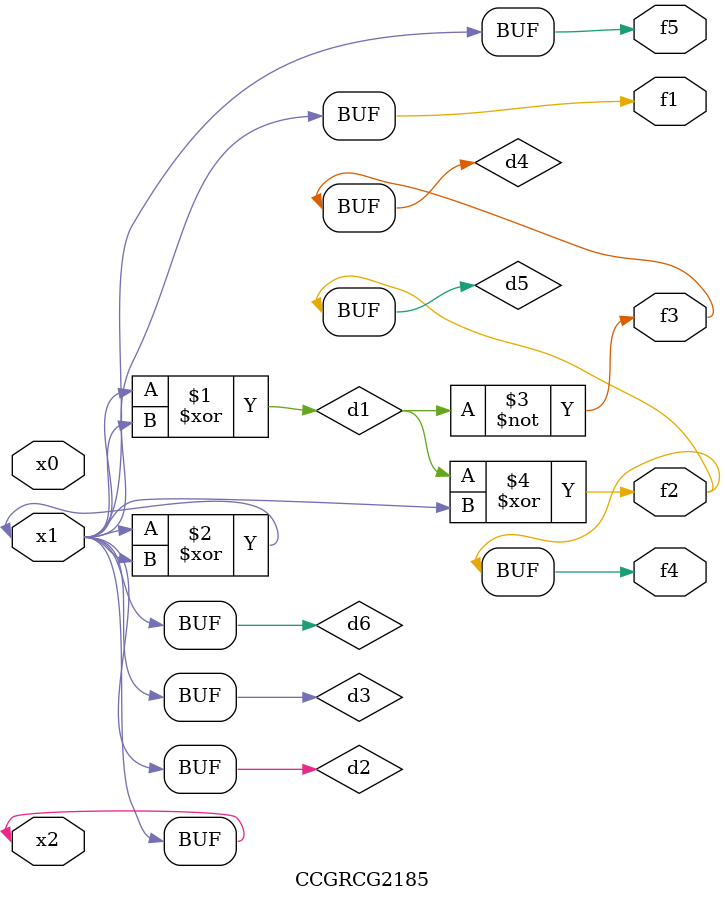
<source format=v>
module CCGRCG2185(
	input x0, x1, x2,
	output f1, f2, f3, f4, f5
);

	wire d1, d2, d3, d4, d5, d6;

	xor (d1, x1, x2);
	buf (d2, x1, x2);
	xor (d3, x1, x2);
	nor (d4, d1);
	xor (d5, d1, d2);
	buf (d6, d2, d3);
	assign f1 = d6;
	assign f2 = d5;
	assign f3 = d4;
	assign f4 = d5;
	assign f5 = d6;
endmodule

</source>
